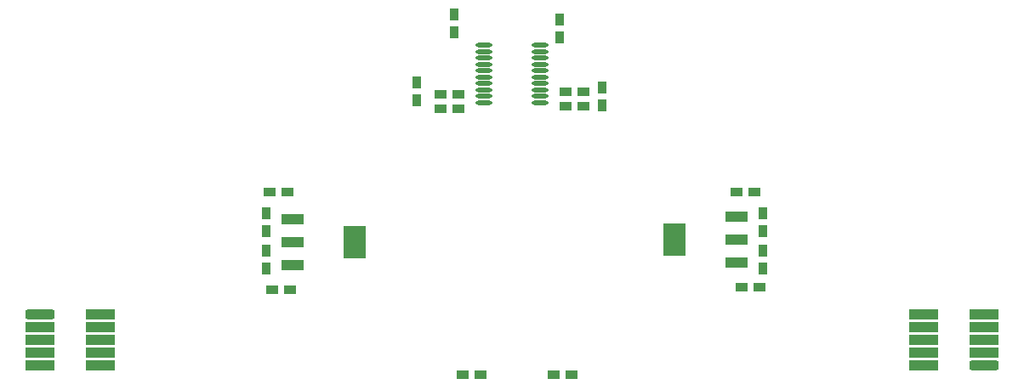
<source format=gtp>
G04 Layer_Color=8421504*
%FSLAX25Y25*%
%MOIN*%
G70*
G01*
G75*
%ADD10R,0.04500X0.03200*%
%ADD11R,0.03200X0.04500*%
%ADD12O,0.06496X0.01772*%
%ADD13R,0.08661X0.12795*%
%ADD14R,0.08661X0.03937*%
G04:AMPARAMS|DCode=15|XSize=114.96mil|YSize=37.4mil|CornerRadius=0.94mil|HoleSize=0mil|Usage=FLASHONLY|Rotation=0.000|XOffset=0mil|YOffset=0mil|HoleType=Round|Shape=RoundedRectangle|*
%AMROUNDEDRECTD15*
21,1,0.11496,0.03553,0,0,0.0*
21,1,0.11309,0.03740,0,0,0.0*
1,1,0.00187,0.05655,-0.01777*
1,1,0.00187,-0.05655,-0.01777*
1,1,0.00187,-0.05655,0.01777*
1,1,0.00187,0.05655,0.01777*
%
%ADD15ROUNDEDRECTD15*%
G04:AMPARAMS|DCode=16|XSize=114.96mil|YSize=37.4mil|CornerRadius=9.35mil|HoleSize=0mil|Usage=FLASHONLY|Rotation=0.000|XOffset=0mil|YOffset=0mil|HoleType=Round|Shape=RoundedRectangle|*
%AMROUNDEDRECTD16*
21,1,0.11496,0.01870,0,0,0.0*
21,1,0.09626,0.03740,0,0,0.0*
1,1,0.01870,0.04813,-0.00935*
1,1,0.01870,-0.04813,-0.00935*
1,1,0.01870,-0.04813,0.00935*
1,1,0.01870,0.04813,0.00935*
%
%ADD16ROUNDEDRECTD16*%
D10*
X293854Y68898D02*
D03*
X286854D02*
D03*
X291886Y106299D02*
D03*
X284886D02*
D03*
X224957Y139764D02*
D03*
X217957D02*
D03*
X224957Y145669D02*
D03*
X217957D02*
D03*
X175744Y138779D02*
D03*
X168744D02*
D03*
X175744Y144685D02*
D03*
X168744D02*
D03*
X101815Y106299D02*
D03*
X108815D02*
D03*
X102799Y67913D02*
D03*
X109799D02*
D03*
X213035Y34449D02*
D03*
X220036D02*
D03*
X184602D02*
D03*
X177603D02*
D03*
D11*
X295276Y97988D02*
D03*
Y90988D02*
D03*
Y83224D02*
D03*
Y76224D02*
D03*
X232283Y140201D02*
D03*
Y147201D02*
D03*
X215551Y166776D02*
D03*
Y173776D02*
D03*
X174213Y168744D02*
D03*
Y175744D02*
D03*
X159449Y142169D02*
D03*
Y149169D02*
D03*
X100394Y90988D02*
D03*
Y97988D02*
D03*
Y76224D02*
D03*
Y83224D02*
D03*
D12*
X207972Y141220D02*
D03*
Y143740D02*
D03*
Y146260D02*
D03*
Y148780D02*
D03*
Y151299D02*
D03*
Y153819D02*
D03*
Y156339D02*
D03*
Y158858D02*
D03*
Y161378D02*
D03*
Y163898D02*
D03*
X185728Y141220D02*
D03*
Y143740D02*
D03*
Y146260D02*
D03*
Y148780D02*
D03*
Y151299D02*
D03*
Y153819D02*
D03*
Y156339D02*
D03*
Y158858D02*
D03*
Y161378D02*
D03*
Y163898D02*
D03*
D13*
X135236Y86614D02*
D03*
X260433Y87599D02*
D03*
D14*
X110827Y77559D02*
D03*
Y86614D02*
D03*
Y95669D02*
D03*
X284843Y96654D02*
D03*
Y87599D02*
D03*
Y78543D02*
D03*
D15*
X35512Y38228D02*
D03*
X11732D02*
D03*
X35512Y43228D02*
D03*
X11732D02*
D03*
X35512Y48228D02*
D03*
X11732D02*
D03*
X35512Y53228D02*
D03*
X11732D02*
D03*
X35512Y58228D02*
D03*
X358189D02*
D03*
X381969D02*
D03*
X358189Y53228D02*
D03*
X381969D02*
D03*
X358189Y48228D02*
D03*
X381969D02*
D03*
X358189Y43228D02*
D03*
X381969D02*
D03*
X358189Y38228D02*
D03*
D16*
X11732Y58228D02*
D03*
X381969Y38228D02*
D03*
M02*

</source>
